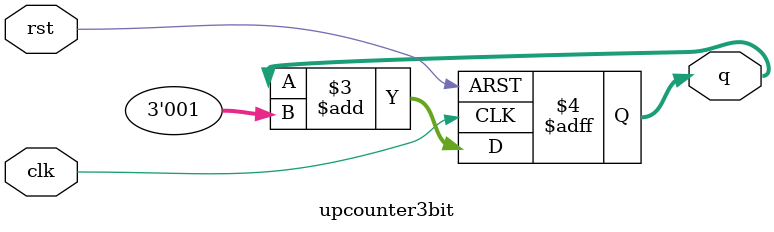
<source format=v>
module upcounter3bit (clk,rst,q);
    input clk,rst;
    output reg [2:0]q;

    always @(negedge rst, posedge clk)
    if (!rst)
    q=3'b000;
    else
    q= q + 3'b001;
endmodule
</source>
